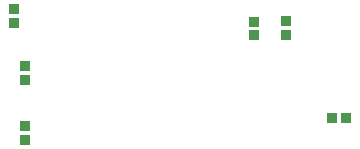
<source format=gbp>
G04*
G04 #@! TF.GenerationSoftware,Altium Limited,Altium Designer,24.1.2 (44)*
G04*
G04 Layer_Color=128*
%FSLAX44Y44*%
%MOMM*%
G71*
G04*
G04 #@! TF.SameCoordinates,C2358ADC-4AF9-434A-8588-A0F146304F54*
G04*
G04*
G04 #@! TF.FilePolarity,Positive*
G04*
G01*
G75*
%ADD28R,0.9487X0.9487*%
%ADD139R,0.9487X0.9487*%
D28*
X237900Y-217000D02*
D03*
X249600D02*
D03*
D139*
X-22000Y-173000D02*
D03*
Y-184700D02*
D03*
Y-223400D02*
D03*
Y-235100D02*
D03*
X-31000Y-124400D02*
D03*
Y-136100D02*
D03*
X199000Y-146000D02*
D03*
Y-134300D02*
D03*
X172000Y-135000D02*
D03*
Y-146700D02*
D03*
M02*

</source>
